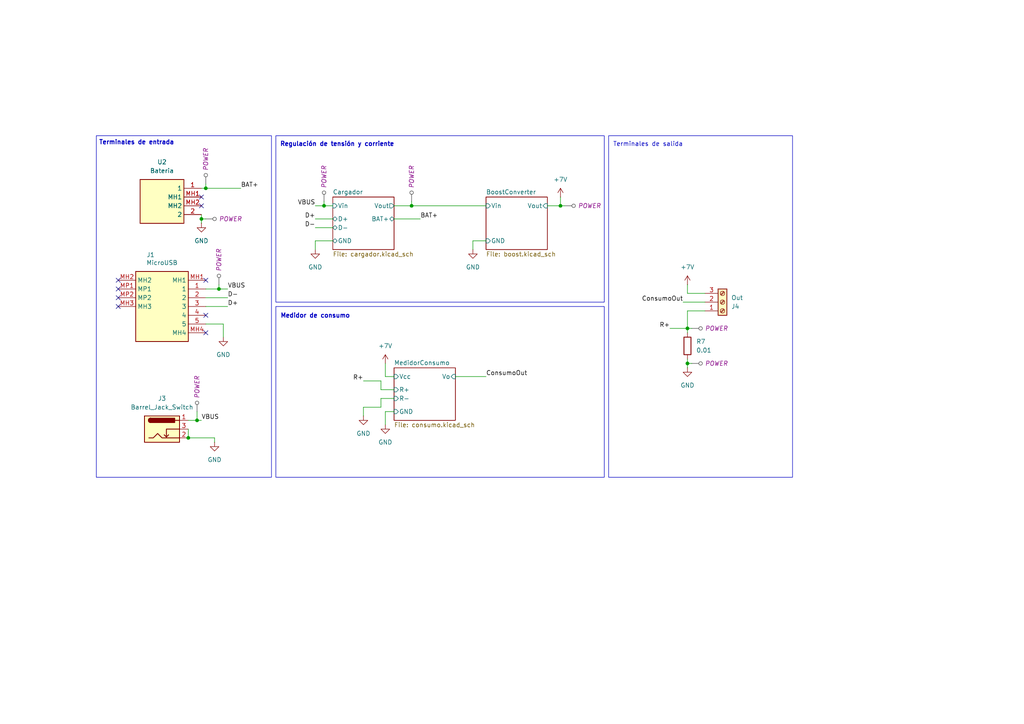
<source format=kicad_sch>
(kicad_sch (version 20231120) (generator "eeschema") (generator_version "8.0")
  (paper "A4")
  (title_block (title "RTAP - Gestor de batería") (date "2024-03-27") (rev "v0.1.0") (company "RTAP"))
  (lib_symbols
    (symbol "Connector:Barrel_Jack_Switch" (pin_names hide)
      (property "Reference" "J" (at 0 5.334 0))
      (property "Value" "Barrel_Jack_Switch" (at 0 -5.08 0))
      (symbol "Barrel_Jack_Switch_0_1"
        (rectangle (start -5.08 3.81) (end 5.08 -3.81) (stroke (width 0.254)) (fill (type background)))
        (arc (start -3.302 3.175) (mid -3.9343 2.54) (end -3.302 1.905) (stroke (width 0.254)))
        (arc (start -3.302 3.175) (mid -3.9343 2.54) (end -3.302 1.905) (stroke (width 0.254)) (fill (type outline)))
        (polyline (pts (xy 1.27 -2.286) (xy 1.905 -1.651)) (stroke (width 0.254)))
        (polyline (pts (xy 5.08 2.54) (xy 3.81 2.54)) (stroke (width 0.254)))
        (polyline (pts (xy 5.08 0) (xy 1.27 0) (xy 1.27 -2.286) (xy 0.635 -1.651)) (stroke (width 0.254)))
        (polyline (pts (xy -3.81 -2.54) (xy -2.54 -2.54) (xy -1.27 -1.27) (xy 0 -2.54) (xy 2.54 -2.54) (xy 5.08 -2.54)) (stroke (width 0.254)))
        (rectangle (start 3.683 3.175) (end -3.302 1.905) (stroke (width 0.254)) (fill (type outline)))
      )
      (symbol "Barrel_Jack_Switch_1_1"
        (pin passive line (at 7.62 2.54 180) (length 2.54) (name "~") (number "1"))
        (pin passive line (at 7.62 -2.54 180) (length 2.54) (name "~") (number "2"))
        (pin passive line (at 7.62 0 180) (length 2.54) (name "~") (number "3"))
      )
    )
    (symbol "Connector:Screw_Terminal_01x03" (pin_names (offset 1.016) hide)
      (property "Reference" "J" (at 0 5.08 0))
      (property "Value" "Screw_Terminal_01x03" (at 0 -5.08 0))
      (symbol "Screw_Terminal_01x03_1_1"
        (rectangle (start -1.27 3.81) (end 1.27 -3.81) (stroke (width 0.254)) (fill (type background)))
        (circle (center 0 -2.54) (radius 0.635) (stroke (width 0.1524)))
        (polyline (pts (xy -0.5334 -2.2098) (xy 0.3302 -3.048)) (stroke (width 0.1524)))
        (polyline (pts (xy -0.5334 0.3302) (xy 0.3302 -0.508)) (stroke (width 0.1524)))
        (polyline (pts (xy -0.5334 2.8702) (xy 0.3302 2.032)) (stroke (width 0.1524)))
        (polyline (pts (xy -0.3556 -2.032) (xy 0.508 -2.8702)) (stroke (width 0.1524)))
        (polyline (pts (xy -0.3556 0.508) (xy 0.508 -0.3302)) (stroke (width 0.1524)))
        (polyline (pts (xy -0.3556 3.048) (xy 0.508 2.2098)) (stroke (width 0.1524)))
        (circle (center 0 0) (radius 0.635) (stroke (width 0.1524)))
        (circle (center 0 2.54) (radius 0.635) (stroke (width 0.1524)))
        (pin passive line (at -5.08 2.54 0) (length 3.81) (name "Pin_1") (number "1"))
        (pin passive line (at -5.08 0 0) (length 3.81) (name "Pin_2") (number "2"))
        (pin passive line (at -5.08 -2.54 0) (length 3.81) (name "Pin_3") (number "3"))
      )
    )
    (symbol "Device:R" (pin_numbers hide) (pin_names (offset 0))
      (property "Reference" "R" (at 2.032 0 90))
      (property "Value" "R" (at 0 0 90))
      (symbol "R_0_1"
        (rectangle (start -1.016 -2.54) (end 1.016 2.54) (stroke (width 0.254)))
      )
      (symbol "R_1_1"
        (pin passive line (at 0 3.81 270) (length 1.27) (name "~") (number "1"))
        (pin passive line (at 0 -3.81 90) (length 1.27) (name "~") (number "2"))
      )
    )
    (symbol "alimentacion:10118194-0001LF"
      (property "Reference" "J" (at 21.59 7.62 0))
      (property "Value" "10118194-0001LF" (at 21.59 5.08 0))
      (symbol "10118194-0001LF_1_1"
        (rectangle (start 5.08 2.54) (end 20.32 -17.78) (stroke (width 0.254)) (fill (type background)))
        (pin passive line (at 25.4 -2.54 180) (length 5.08) (name "1") (number "1"))
        (pin passive line (at 25.4 -5.08 180) (length 5.08) (name "2") (number "2"))
        (pin passive line (at 25.4 -7.62 180) (length 5.08) (name "3") (number "3"))
        (pin passive line (at 25.4 -10.16 180) (length 5.08) (name "4") (number "4"))
        (pin passive line (at 25.4 -12.7 180) (length 5.08) (name "5") (number "5"))
        (pin passive line (at 25.4 0 180) (length 5.08) (name "MH1") (number "MH1"))
        (pin passive line (at 0 0 0) (length 5.08) (name "MH2") (number "MH2"))
        (pin passive line (at 0 -7.62 0) (length 5.08) (name "MH3") (number "MH3"))
        (pin passive line (at 25.4 -15.24 180) (length 5.08) (name "MH4") (number "MH4"))
        (pin passive line (at 0 -2.54 0) (length 5.08) (name "MP1") (number "MP1"))
        (pin passive line (at 0 -5.08 0) (length 5.08) (name "MP2") (number "MP2"))
      )
    )
    (symbol "alimentacion:12BHC186P1-GR"
      (property "Reference" "U" (at 19.05 7.62 0))
      (property "Value" "12BHC186P1-GR" (at 19.05 5.08 0))
      (symbol "12BHC186P1-GR_1_1"
        (rectangle (start 5.08 2.54) (end 17.78 -10.16) (stroke (width 0.254)) (fill (type background)))
        (pin passive line (at 0 0 0) (length 5.08) (name "1") (number "1"))
        (pin passive line (at 0 -7.62 0) (length 5.08) (name "2") (number "2"))
        (pin passive line (at 0 -2.54 0) (length 5.08) (name "MH1") (number "MH1"))
        (pin passive line (at 0 -5.08 0) (length 5.08) (name "MH2") (number "MH2"))
      )
    )
    (symbol "power:+3.3V" (power) (pin_numbers hide) (pin_names (offset 0) hide)
      (property "Value" "+3.3V" (at 0 3.556 0))
      (symbol "+3.3V_0_1"
        (polyline (pts (xy -0.762 1.27) (xy 0 2.54)))
        (polyline (pts (xy 0 0) (xy 0 2.54)))
        (polyline (pts (xy 0 2.54) (xy 0.762 1.27)))
      )
      (symbol "+3.3V_1_1"
        (pin power_in line (at 0 0 90) (length 0) (name "~") (number "1"))
      )
    )
    (symbol "power:GND" (power) (pin_numbers hide) (pin_names (offset 0) hide)
      (property "Value" "GND" (at 0 -3.81 0))
      (symbol "GND_0_1"
        (polyline (pts (xy 0 0) (xy 0 -1.27) (xy 1.27 -1.27) (xy 0 -2.54) (xy -1.27 -1.27) (xy 0 -1.27)))
      )
      (symbol "GND_1_1"
        (pin power_in line (at 0 0 270) (length 0) (name "~") (number "1"))
      )
    )
  )
  (junction (at 57.15 121.92))
  (junction (at 59.69 54.61))
  (junction (at 162.56 59.69))
  (junction (at 63.5 83.82))
  (junction (at 199.39 95.25))
  (junction (at 54.61 127))
  (junction (at 199.39 105.41))
  (junction (at 58.42 63.5))
  (junction (at 93.98 59.69))
  (junction (at 119.38 59.69))
  (no_connect (at 34.29 83.82))
  (no_connect (at 58.42 57.15))
  (no_connect (at 59.69 91.44))
  (no_connect (at 34.29 86.36))
  (no_connect (at 59.69 81.28))
  (no_connect (at 58.42 59.69))
  (no_connect (at 59.69 96.52))
  (no_connect (at 34.29 81.28))
  (no_connect (at 34.29 88.9))
  (wire (pts (xy 59.69 54.61) (xy 69.85 54.61)))
  (wire (pts (xy 63.5 82.55) (xy 63.5 83.82)))
  (wire (pts (xy 64.77 97.79) (xy 64.77 93.98)))
  (wire (pts (xy 204.47 90.17) (xy 199.39 90.17)))
  (wire (pts (xy 66.04 83.82) (xy 63.5 83.82)))
  (wire (pts (xy 91.44 59.69) (xy 93.98 59.69)))
  (wire (pts (xy 64.77 93.98) (xy 59.69 93.98)))
  (wire (pts (xy 91.44 66.04) (xy 96.52 66.04)))
  (wire (pts (xy 59.69 53.34) (xy 59.69 54.61)))
  (wire (pts (xy 162.56 59.69) (xy 163.83 59.69)))
  (wire (pts (xy 110.49 110.49) (xy 110.49 113.03)))
  (wire (pts (xy 105.41 118.11) (xy 105.41 120.65)))
  (wire (pts (xy 57.15 119.38) (xy 57.15 121.92)))
  (wire (pts (xy 199.39 105.41) (xy 199.39 104.14)))
  (wire (pts (xy 59.69 63.5) (xy 58.42 63.5)))
  (wire (pts (xy 119.38 59.69) (xy 140.97 59.69)))
  (wire (pts (xy 114.3 63.5) (xy 121.92 63.5)))
  (wire (pts (xy 111.76 109.22) (xy 111.76 105.41)))
  (wire (pts (xy 54.61 127) (xy 62.23 127)))
  (wire (pts (xy 204.47 85.09) (xy 199.39 85.09)))
  (wire (pts (xy 110.49 115.57) (xy 114.3 115.57)))
  (wire (pts (xy 93.98 59.69) (xy 96.52 59.69)))
  (wire (pts (xy 57.15 121.92) (xy 58.42 121.92)))
  (wire (pts (xy 199.39 85.09) (xy 199.39 82.55)))
  (wire (pts (xy 91.44 69.85) (xy 96.52 69.85)))
  (wire (pts (xy 198.12 87.63) (xy 204.47 87.63)))
  (wire (pts (xy 137.16 72.39) (xy 137.16 69.85)))
  (wire (pts (xy 54.61 121.92) (xy 57.15 121.92)))
  (wire (pts (xy 199.39 95.25) (xy 199.39 96.52)))
  (wire (pts (xy 199.39 95.25) (xy 199.39 90.17)))
  (wire (pts (xy 119.38 59.69) (xy 114.3 59.69)))
  (wire (pts (xy 91.44 63.5) (xy 96.52 63.5)))
  (wire (pts (xy 62.23 127) (xy 62.23 128.27)))
  (wire (pts (xy 58.42 62.23) (xy 58.42 63.5)))
  (wire (pts (xy 114.3 119.38) (xy 111.76 119.38)))
  (wire (pts (xy 200.66 105.41) (xy 199.39 105.41)))
  (wire (pts (xy 105.41 110.49) (xy 110.49 110.49)))
  (wire (pts (xy 91.44 72.39) (xy 91.44 69.85)))
  (wire (pts (xy 114.3 109.22) (xy 111.76 109.22)))
  (wire (pts (xy 119.38 58.42) (xy 119.38 59.69)))
  (wire (pts (xy 111.76 119.38) (xy 111.76 123.19)))
  (wire (pts (xy 105.41 118.11) (xy 110.49 118.11)))
  (wire (pts (xy 93.98 58.42) (xy 93.98 59.69)))
  (wire (pts (xy 66.04 86.36) (xy 59.69 86.36)))
  (wire (pts (xy 66.04 88.9) (xy 59.69 88.9)))
  (wire (pts (xy 63.5 83.82) (xy 59.69 83.82)))
  (wire (pts (xy 199.39 105.41) (xy 199.39 106.68)))
  (wire (pts (xy 54.61 124.46) (xy 54.61 127)))
  (wire (pts (xy 137.16 69.85) (xy 140.97 69.85)))
  (wire (pts (xy 110.49 118.11) (xy 110.49 115.57)))
  (wire (pts (xy 162.56 57.15) (xy 162.56 59.69)))
  (wire (pts (xy 162.56 59.69) (xy 158.75 59.69)))
  (wire (pts (xy 200.66 95.25) (xy 199.39 95.25)))
  (wire (pts (xy 132.08 109.22) (xy 140.97 109.22)))
  (wire (pts (xy 58.42 63.5) (xy 58.42 64.77)))
  (wire (pts (xy 58.42 54.61) (xy 59.69 54.61)))
  (wire (pts (xy 110.49 113.03) (xy 114.3 113.03)))
  (wire (pts (xy 194.31 95.25) (xy 199.39 95.25)))
  (rectangle (start 80.01 39.37) (end 175.26 87.63))
  (rectangle (start 80.01 88.9) (end 175.26 138.43))
  (rectangle (start 176.53 39.37) (end 229.87 138.43))
  (rectangle (start 27.94 39.37) (end 78.74 138.43))
  (text "Terminales de salida" (at 187.96 41.91 0) (effects (font (size 1.27 1.27))))
  (text "Medidor de consumo" (at 91.44 91.694 0) (effects (font (size 1.27 1.27) (bold yes))))
  (text "Terminales de entrada" (at 39.624 41.402 0) (effects (font (size 1.27 1.27) (thickness 0.254) (bold yes))))
  (text "Regulación de tensión y corriente" (at 97.79 41.91 0) (effects (font (size 1.27 1.27) (bold yes))))
  (label "ConsumoOut" (at 140.97 109.22 0))
  (label "VBUS" (at 91.44 59.69 180))
  (label "ConsumoOut" (at 198.12 87.63 180))
  (label "D+" (at 66.04 88.9 0))
  (label "R+" (at 105.41 110.49 180))
  (label "R+" (at 194.31 95.25 180))
  (label "VBUS" (at 58.42 121.92 0))
  (label "D+" (at 91.44 63.5 180))
  (label "D-" (at 66.04 86.36 0))
  (label "BAT+" (at 121.92 63.5 0))
  (label "VBUS" (at 66.04 83.82 0))
  (label "BAT+" (at 69.85 54.61 0))
  (label "D-" (at 91.44 66.04 180))
  (netclass_flag "" (length 2.54) (shape round) (at 200.66 105.41 270) (property "Netclass" "POWER" (at 204.47 105.41 0) (effects (font (italic yes)) (justify left))))
  (netclass_flag "" (length 2.54) (shape round) (at 119.38 58.42 0) (property "Netclass" "POWER" (at 119.38 54.61 90) (effects (font (italic yes)) (justify left))))
  (netclass_flag "" (length 2.54) (shape round) (at 93.98 58.42 0) (property "Netclass" "POWER" (at 93.98 54.61 90) (effects (font (italic yes)) (justify left))))
  (netclass_flag "" (length 2.54) (shape round) (at 59.69 63.5 270) (property "Netclass" "POWER" (at 63.5 63.5 0) (effects (font (italic yes)) (justify left))))
  (netclass_flag "" (length 2.54) (shape round) (at 57.15 119.38 0) (property "Netclass" "POWER" (at 57.15 115.57 90) (effects (font (italic yes)) (justify left))))
  (netclass_flag "" (length 2.54) (shape round) (at 63.5 82.55 0) (property "Netclass" "POWER" (at 63.5 78.74 90) (effects (font (italic yes)) (justify left))))
  (netclass_flag "" (length 2.54) (shape round) (at 200.66 95.25 270) (property "Netclass" "POWER" (at 204.47 95.25 0) (effects (font (italic yes)) (justify left))))
  (netclass_flag "" (length 2.54) (shape round) (at 59.69 53.34 0) (property "Netclass" "POWER" (at 59.69 49.53 90) (effects (font (italic yes)) (justify left))))
  (netclass_flag "" (length 2.54) (shape round) (at 163.83 59.69 270) (property "Netclass" "POWER" (at 167.64 59.69 0) (effects (font (italic yes)) (justify left))))
  (symbol (lib_id "power:GND") (at 91.44 72.39 0) (unit 1)
    (property "Reference" "#PWR010" (effects (hide yes)))
    (property "Value" "GND" (at 91.44 77.47 0))
    (property "Description" "Power symbol creates a global label with name \"GND\" , ground" (effects (hide yes)))
  )
  (symbol (lib_id "power:GND") (at 137.16 72.39 0) (unit 1)
    (property "Reference" "#PWR014" (effects (hide yes)))
    (property "Value" "GND" (at 137.16 77.47 0))
    (property "Description" "Power symbol creates a global label with name \"GND\" , ground" (effects (hide yes)))
  )
  (symbol (lib_id "power:GND") (at 62.23 128.27 0) (unit 1)
    (property "Reference" "#PWR013" (effects (hide yes)))
    (property "Value" "GND" (at 62.23 133.35 0))
    (property "Description" "Power symbol creates a global label with name \"GND\" , ground" (effects (hide yes)))
  )
  (symbol (lib_id "Connector:Screw_Terminal_01x03") (at 209.55 87.63 0) (mirror x) (unit 1)
    (property "Reference" "J4" (at 212.09 88.9001 0) (effects (justify left)))
    (property "Value" "Out" (at 212.09 86.3601 0) (effects (justify left)))
    (property "Footprint" "TerminalBlock:TerminalBlock_bornier-3_P5.08mm" (effects (hide yes)))
    (property "Description" "Generic screw terminal, single row, 01x03, script generated (kicad-library-utils/schlib/autogen/connector/)" (effects (hide yes)))
  )
  (symbol (lib_id "alimentacion:10118194-0001LF") (at 34.29 81.28 0) (unit 1)
    (property "Reference" "J1" (at 43.688 73.914 0))
    (property "Value" "MicroUSB" (at 46.99 76.2 0))
    (property "Footprint" "library:101181940001LF" (effects (hide yes)))
    (property "Datasheet" "https://www.amphenol-cs.com/micro-usb-101181940001lf.html" (effects (hide yes)))
    (property "Description" "Micro USB, Input Output Connectors, B TYPE RECEPTACLE with flange" (effects (hide yes)))
    (property "Height" "3.25" (effects (hide yes)))
    (property "Manufacturer_Name" "Amphenol Communications Solutions" (effects (hide yes)))
    (property "Manufacturer_Part_Number" "10118194-0001LF" (effects (hide yes)))
  )
  (symbol (lib_id "power:+3.3V") (at 111.76 105.41 0) (unit 1)
    (property "Reference" "#PWR016" (effects (hide yes)))
    (property "Value" "+7V" (at 111.76 100.33 0))
    (property "Description" "Power symbol creates a global label with name \"+3.3V\"" (effects (hide yes)))
  )
  (symbol (lib_id "Connector:Barrel_Jack_Switch") (at 46.99 124.46 0) (unit 1)
    (property "Reference" "J3" (at 46.99 115.57 0))
    (property "Value" "Barrel_Jack_Switch" (at 46.99 118.11 0))
    (property "Footprint" "library:PJ202AH" (effects (hide yes)))
    (property "Description" "DC Barrel Jack with an internal switch" (effects (hide yes)))
  )
  (symbol (lib_id "power:GND") (at 58.42 64.77 0) (unit 1)
    (property "Reference" "#PWR011" (effects (hide yes)))
    (property "Value" "GND" (at 58.42 69.85 0))
    (property "Description" "Power symbol creates a global label with name \"GND\" , ground" (effects (hide yes)))
  )
  (symbol (lib_id "power:+3.3V") (at 162.56 57.15 0) (unit 1)
    (property "Reference" "#PWR015" (effects (hide yes)))
    (property "Value" "+7V" (at 162.56 52.07 0))
    (property "Description" "Power symbol creates a global label with name \"+3.3V\"" (effects (hide yes)))
  )
  (symbol (lib_id "Device:R") (at 199.39 100.33 0) (unit 1)
    (property "Reference" "R7" (at 201.93 99.0599 0) (effects (justify left)))
    (property "Value" "0.01" (at 201.93 101.5999 0) (effects (justify left)))
    (property "Footprint" "Resistor_SMD:R_1206_3216Metric" (effects (hide yes)))
    (property "Description" "Resistor" (effects (hide yes)))
  )
  (symbol (lib_id "power:GND") (at 111.76 123.19 0) (unit 1)
    (property "Reference" "#PWR017" (effects (hide yes)))
    (property "Value" "GND" (at 111.76 128.27 0))
    (property "Description" "Power symbol creates a global label with name \"GND\" , ground" (effects (hide yes)))
  )
  (symbol (lib_id "power:GND") (at 199.39 106.68 0) (unit 1)
    (property "Reference" "#PWR020" (effects (hide yes)))
    (property "Value" "GND" (at 199.39 111.76 0))
    (property "Description" "Power symbol creates a global label with name \"GND\" , ground" (effects (hide yes)))
  )
  (symbol (lib_id "power:GND") (at 64.77 97.79 0) (unit 1)
    (property "Reference" "#PWR012" (effects (hide yes)))
    (property "Value" "GND" (at 64.77 102.87 0))
    (property "Description" "Power symbol creates a global label with name \"GND\" , ground" (effects (hide yes)))
  )
  (symbol (lib_id "alimentacion:12BHC186P1-GR") (at 58.42 54.61 0) (mirror y) (unit 1)
    (property "Reference" "U2" (at 46.99 46.99 0))
    (property "Value" "Bateria" (at 46.99 49.53 0))
    (property "Footprint" "library:12BHC186P1GR" (effects (hide yes)))
    (property "Datasheet" "https://www.mouser.co.il/datasheet/2/209/EaglePlastics_EPD_201001-1902272.pdf" (effects (hide yes)))
    (property "Description" "1 \"18650\" Battery Holder" (effects (hide yes)))
    (property "Height" "20.5" (effects (hide yes)))
    (property "Mouser Part Number" "12BHC186P1-GR" (effects (hide yes)))
    (property "Mouser Price/Stock" "https://www.mouser.co.uk/ProductDetail/Eagle-Plastic-Devices/12BHC186P1-GR?qs=yqaQSyyJnNiNkNtwVjdKJQ%3D%3D" (effects (hide yes)))
    (property "Manufacturer_Name" "Eagle Plastic Devices" (effects (hide yes)))
    (property "Manufacturer_Part_Number" "12BHC186P1-GR" (effects (hide yes)))
  )
  (symbol (lib_id "power:+3.3V") (at 199.39 82.55 0) (unit 1)
    (property "Reference" "#PWR019" (effects (hide yes)))
    (property "Value" "+7V" (at 199.39 77.47 0))
    (property "Description" "Power symbol creates a global label with name \"+3.3V\"" (effects (hide yes)))
  )
  (symbol (lib_id "power:GND") (at 105.41 120.65 0) (unit 1)
    (property "Reference" "#PWR018" (effects (hide yes)))
    (property "Value" "GND" (at 105.41 125.73 0))
    (property "Description" "Power symbol creates a global label with name \"GND\" , ground" (effects (hide yes)))
  )
  (sheet (at 114.3 106.68) (size 17.78 15.24) (stroke (width 0.1524))
    (property "Sheetname" "MedidorConsumo" (at 114.3 105.9684 0) (effects (justify left bottom)))
    (property "Sheetfile" "consumo.kicad_sch" (at 114.3 122.5046 0) (effects (justify left top)))
    (pin "Vcc" input (at 114.3 109.22 180))
    (pin "GND" input (at 114.3 119.38 180))
    (pin "R+" input (at 114.3 113.03 180))
    (pin "R-" input (at 114.3 115.57 180))
    (pin "Vo" input (at 132.08 109.22 0))
  )
  (sheet (at 96.52 57.15) (size 17.78 15.24) (stroke (width 0.1524))
    (property "Sheetname" "Cargador" (at 96.52 56.4384 0) (effects (justify left bottom)))
    (property "Sheetfile" "cargador.kicad_sch" (at 96.52 72.9746 0) (effects (justify left top)))
    (pin "D-" bidirectional (at 96.52 66.04 180))
    (pin "D+" bidirectional (at 96.52 63.5 180))
    (pin "Vin" input (at 96.52 59.69 180))
    (pin "Vout" output (at 114.3 59.69 0))
    (pin "BAT+" bidirectional (at 114.3 63.5 0))
    (pin "GND" bidirectional (at 96.52 69.85 180))
  )
  (sheet (at 140.97 57.15) (size 17.78 15.24) (stroke (width 0.1524))
    (property "Sheetname" "BoostConverter" (at 140.97 56.4384 0) (effects (justify left bottom)))
    (property "Sheetfile" "boost.kicad_sch" (at 140.97 72.9746 0) (effects (justify left top)))
    (pin "Vin" input (at 140.97 59.69 180))
    (pin "Vout" input (at 158.75 59.69 0))
    (pin "GND" input (at 140.97 69.85 180))
  )
)
</source>
